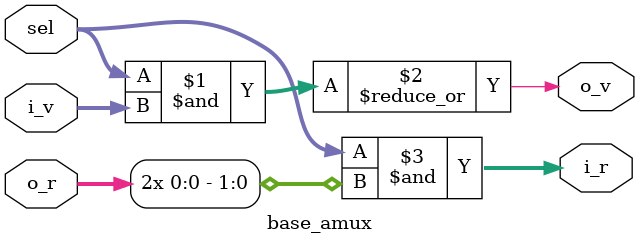
<source format=v>
module base_amux#
  (
   parameter ways = 2
   )
  (
   input [0:ways-1] 	    sel,
   input [0:ways-1] 	    i_v,
   output [0:ways-1] 	    i_r,
   output 		    o_v,
   input 		    o_r
   );
   
   assign o_v = |(sel & i_v);
   assign i_r = sel & {ways{o_r}};
   
endmodule // base_mux
   
		

</source>
